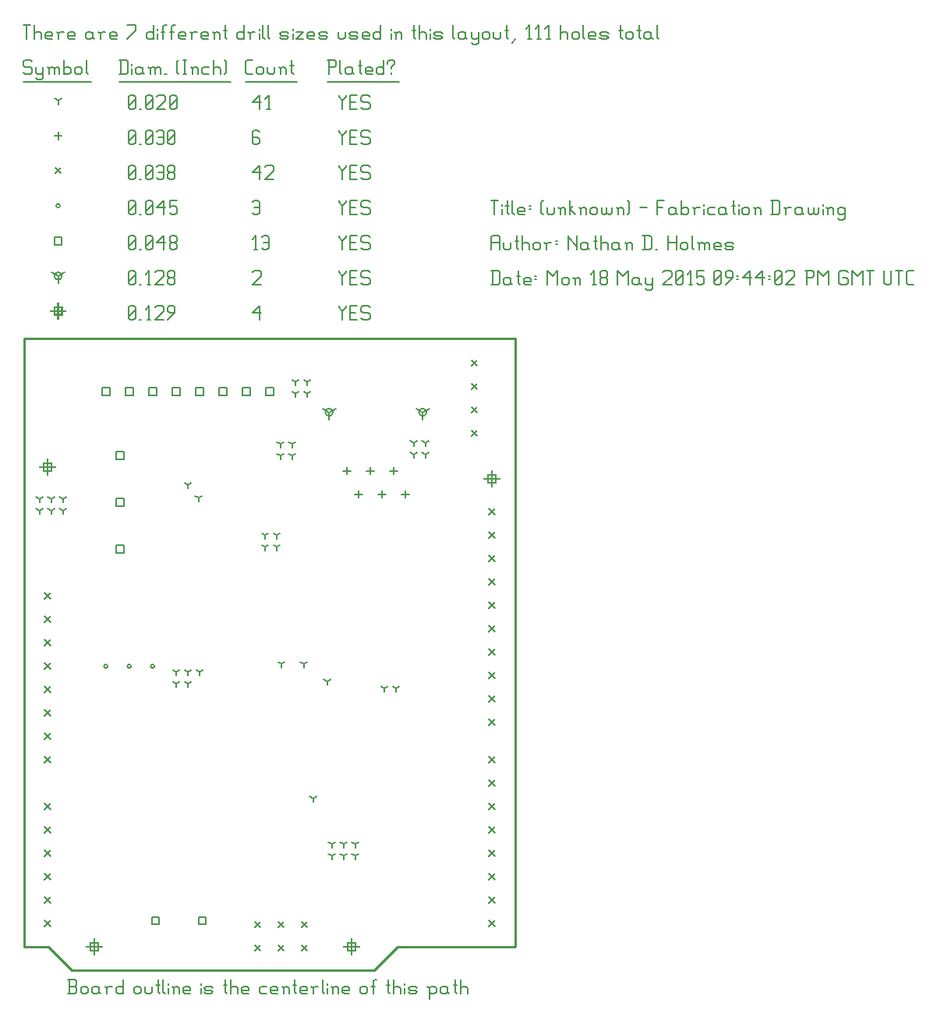
<source format=gbr>
G04 start of page 12 for group -3984 idx -3984 *
G04 Title: (unknown), fab *
G04 Creator: pcb 20140316 *
G04 CreationDate: Mon 18 May 2015 09:44:02 PM GMT UTC *
G04 For: ndholmes *
G04 Format: Gerber/RS-274X *
G04 PCB-Dimensions (mil): 2110.00 2710.00 *
G04 PCB-Coordinate-Origin: lower left *
%MOIN*%
%FSLAX25Y25*%
%LNFAB*%
%ADD100C,0.0100*%
%ADD99C,0.0060*%
%ADD98R,0.0080X0.0080*%
G54D98*X140500Y13700D02*Y7300D01*
X137300Y10500D02*X143700D01*
X138900Y12100D02*X142100D01*
X138900D02*Y8900D01*
X142100D01*
Y12100D02*Y8900D01*
X200500Y213700D02*Y207300D01*
X197300Y210500D02*X203700D01*
X198900Y212100D02*X202100D01*
X198900D02*Y208900D01*
X202100D01*
Y212100D02*Y208900D01*
X10500Y218700D02*Y212300D01*
X7300Y215500D02*X13700D01*
X8900Y217100D02*X12100D01*
X8900D02*Y213900D01*
X12100D01*
Y217100D02*Y213900D01*
X30500Y13700D02*Y7300D01*
X27300Y10500D02*X33700D01*
X28900Y12100D02*X32100D01*
X28900D02*Y8900D01*
X32100D01*
Y12100D02*Y8900D01*
X15000Y285450D02*Y279050D01*
X11800Y282250D02*X18200D01*
X13400Y283850D02*X16600D01*
X13400D02*Y280650D01*
X16600D01*
Y283850D02*Y280650D01*
G54D99*X135000Y284500D02*Y283750D01*
X136500Y282250D01*
X138000Y283750D01*
Y284500D02*Y283750D01*
X136500Y282250D02*Y278500D01*
X139800Y281500D02*X142050D01*
X139800Y278500D02*X142800D01*
X139800Y284500D02*Y278500D01*
Y284500D02*X142800D01*
X147600D02*X148350Y283750D01*
X145350Y284500D02*X147600D01*
X144600Y283750D02*X145350Y284500D01*
X144600Y283750D02*Y282250D01*
X145350Y281500D01*
X147600D01*
X148350Y280750D01*
Y279250D01*
X147600Y278500D02*X148350Y279250D01*
X145350Y278500D02*X147600D01*
X144600Y279250D02*X145350Y278500D01*
X98000Y281500D02*X101000Y284500D01*
X98000Y281500D02*X101750D01*
X101000Y284500D02*Y278500D01*
X45000Y279250D02*X45750Y278500D01*
X45000Y283750D02*Y279250D01*
Y283750D02*X45750Y284500D01*
X47250D01*
X48000Y283750D01*
Y279250D01*
X47250Y278500D02*X48000Y279250D01*
X45750Y278500D02*X47250D01*
X45000Y280000D02*X48000Y283000D01*
X49800Y278500D02*X50550D01*
X53100D02*X54600D01*
X53850Y284500D02*Y278500D01*
X52350Y283000D02*X53850Y284500D01*
X56400Y283750D02*X57150Y284500D01*
X59400D01*
X60150Y283750D01*
Y282250D01*
X56400Y278500D02*X60150Y282250D01*
X56400Y278500D02*X60150D01*
X61950D02*X64950Y281500D01*
Y283750D02*Y281500D01*
X64200Y284500D02*X64950Y283750D01*
X62700Y284500D02*X64200D01*
X61950Y283750D02*X62700Y284500D01*
X61950Y283750D02*Y282250D01*
X62700Y281500D01*
X64950D01*
X170900Y239000D02*Y235800D01*
Y239000D02*X173673Y240600D01*
X170900Y239000D02*X168127Y240600D01*
X169300Y239000D02*G75*G03X172500Y239000I1600J0D01*G01*
G75*G03X169300Y239000I-1600J0D01*G01*
X130900D02*Y235800D01*
Y239000D02*X133673Y240600D01*
X130900Y239000D02*X128127Y240600D01*
X129300Y239000D02*G75*G03X132500Y239000I1600J0D01*G01*
G75*G03X129300Y239000I-1600J0D01*G01*
X15000Y297250D02*Y294050D01*
Y297250D02*X17773Y298850D01*
X15000Y297250D02*X12227Y298850D01*
X13400Y297250D02*G75*G03X16600Y297250I1600J0D01*G01*
G75*G03X13400Y297250I-1600J0D01*G01*
X135000Y299500D02*Y298750D01*
X136500Y297250D01*
X138000Y298750D01*
Y299500D02*Y298750D01*
X136500Y297250D02*Y293500D01*
X139800Y296500D02*X142050D01*
X139800Y293500D02*X142800D01*
X139800Y299500D02*Y293500D01*
Y299500D02*X142800D01*
X147600D02*X148350Y298750D01*
X145350Y299500D02*X147600D01*
X144600Y298750D02*X145350Y299500D01*
X144600Y298750D02*Y297250D01*
X145350Y296500D01*
X147600D01*
X148350Y295750D01*
Y294250D01*
X147600Y293500D02*X148350Y294250D01*
X145350Y293500D02*X147600D01*
X144600Y294250D02*X145350Y293500D01*
X98000Y298750D02*X98750Y299500D01*
X101000D01*
X101750Y298750D01*
Y297250D01*
X98000Y293500D02*X101750Y297250D01*
X98000Y293500D02*X101750D01*
X45000Y294250D02*X45750Y293500D01*
X45000Y298750D02*Y294250D01*
Y298750D02*X45750Y299500D01*
X47250D01*
X48000Y298750D01*
Y294250D01*
X47250Y293500D02*X48000Y294250D01*
X45750Y293500D02*X47250D01*
X45000Y295000D02*X48000Y298000D01*
X49800Y293500D02*X50550D01*
X53100D02*X54600D01*
X53850Y299500D02*Y293500D01*
X52350Y298000D02*X53850Y299500D01*
X56400Y298750D02*X57150Y299500D01*
X59400D01*
X60150Y298750D01*
Y297250D01*
X56400Y293500D02*X60150Y297250D01*
X56400Y293500D02*X60150D01*
X61950Y294250D02*X62700Y293500D01*
X61950Y295750D02*Y294250D01*
Y295750D02*X62700Y296500D01*
X64200D01*
X64950Y295750D01*
Y294250D01*
X64200Y293500D02*X64950Y294250D01*
X62700Y293500D02*X64200D01*
X61950Y297250D02*X62700Y296500D01*
X61950Y298750D02*Y297250D01*
Y298750D02*X62700Y299500D01*
X64200D01*
X64950Y298750D01*
Y297250D01*
X64200Y296500D02*X64950Y297250D01*
X103900Y249400D02*X107100D01*
X103900D02*Y246200D01*
X107100D01*
Y249400D02*Y246200D01*
X93900Y249400D02*X97100D01*
X93900D02*Y246200D01*
X97100D01*
Y249400D02*Y246200D01*
X83900Y249400D02*X87100D01*
X83900D02*Y246200D01*
X87100D01*
Y249400D02*Y246200D01*
X73900Y249400D02*X77100D01*
X73900D02*Y246200D01*
X77100D01*
Y249400D02*Y246200D01*
X63900Y249400D02*X67100D01*
X63900D02*Y246200D01*
X67100D01*
Y249400D02*Y246200D01*
X53900Y249400D02*X57100D01*
X53900D02*Y246200D01*
X57100D01*
Y249400D02*Y246200D01*
X43900Y249400D02*X47100D01*
X43900D02*Y246200D01*
X47100D01*
Y249400D02*Y246200D01*
X33900Y249400D02*X37100D01*
X33900D02*Y246200D01*
X37100D01*
Y249400D02*Y246200D01*
X55000Y23300D02*X58200D01*
X55000D02*Y20100D01*
X58200D01*
Y23300D02*Y20100D01*
X75000Y23300D02*X78200D01*
X75000D02*Y20100D01*
X78200D01*
Y23300D02*Y20100D01*
X39900Y222100D02*X43100D01*
X39900D02*Y218900D01*
X43100D01*
Y222100D02*Y218900D01*
X39900Y202100D02*X43100D01*
X39900D02*Y198900D01*
X43100D01*
Y202100D02*Y198900D01*
X39900Y182100D02*X43100D01*
X39900D02*Y178900D01*
X43100D01*
Y182100D02*Y178900D01*
X13400Y313850D02*X16600D01*
X13400D02*Y310650D01*
X16600D01*
Y313850D02*Y310650D01*
X135000Y314500D02*Y313750D01*
X136500Y312250D01*
X138000Y313750D01*
Y314500D02*Y313750D01*
X136500Y312250D02*Y308500D01*
X139800Y311500D02*X142050D01*
X139800Y308500D02*X142800D01*
X139800Y314500D02*Y308500D01*
Y314500D02*X142800D01*
X147600D02*X148350Y313750D01*
X145350Y314500D02*X147600D01*
X144600Y313750D02*X145350Y314500D01*
X144600Y313750D02*Y312250D01*
X145350Y311500D01*
X147600D01*
X148350Y310750D01*
Y309250D01*
X147600Y308500D02*X148350Y309250D01*
X145350Y308500D02*X147600D01*
X144600Y309250D02*X145350Y308500D01*
X98750D02*X100250D01*
X99500Y314500D02*Y308500D01*
X98000Y313000D02*X99500Y314500D01*
X102050Y313750D02*X102800Y314500D01*
X104300D01*
X105050Y313750D01*
Y309250D01*
X104300Y308500D02*X105050Y309250D01*
X102800Y308500D02*X104300D01*
X102050Y309250D02*X102800Y308500D01*
Y311500D02*X105050D01*
X45000Y309250D02*X45750Y308500D01*
X45000Y313750D02*Y309250D01*
Y313750D02*X45750Y314500D01*
X47250D01*
X48000Y313750D01*
Y309250D01*
X47250Y308500D02*X48000Y309250D01*
X45750Y308500D02*X47250D01*
X45000Y310000D02*X48000Y313000D01*
X49800Y308500D02*X50550D01*
X52350Y309250D02*X53100Y308500D01*
X52350Y313750D02*Y309250D01*
Y313750D02*X53100Y314500D01*
X54600D01*
X55350Y313750D01*
Y309250D01*
X54600Y308500D02*X55350Y309250D01*
X53100Y308500D02*X54600D01*
X52350Y310000D02*X55350Y313000D01*
X57150Y311500D02*X60150Y314500D01*
X57150Y311500D02*X60900D01*
X60150Y314500D02*Y308500D01*
X62700Y309250D02*X63450Y308500D01*
X62700Y310750D02*Y309250D01*
Y310750D02*X63450Y311500D01*
X64950D01*
X65700Y310750D01*
Y309250D01*
X64950Y308500D02*X65700Y309250D01*
X63450Y308500D02*X64950D01*
X62700Y312250D02*X63450Y311500D01*
X62700Y313750D02*Y312250D01*
Y313750D02*X63450Y314500D01*
X64950D01*
X65700Y313750D01*
Y312250D01*
X64950Y311500D02*X65700Y312250D01*
X54600Y130400D02*G75*G03X56200Y130400I800J0D01*G01*
G75*G03X54600Y130400I-800J0D01*G01*
X44600D02*G75*G03X46200Y130400I800J0D01*G01*
G75*G03X44600Y130400I-800J0D01*G01*
X34600D02*G75*G03X36200Y130400I800J0D01*G01*
G75*G03X34600Y130400I-800J0D01*G01*
X14200Y327250D02*G75*G03X15800Y327250I800J0D01*G01*
G75*G03X14200Y327250I-800J0D01*G01*
X135000Y329500D02*Y328750D01*
X136500Y327250D01*
X138000Y328750D01*
Y329500D02*Y328750D01*
X136500Y327250D02*Y323500D01*
X139800Y326500D02*X142050D01*
X139800Y323500D02*X142800D01*
X139800Y329500D02*Y323500D01*
Y329500D02*X142800D01*
X147600D02*X148350Y328750D01*
X145350Y329500D02*X147600D01*
X144600Y328750D02*X145350Y329500D01*
X144600Y328750D02*Y327250D01*
X145350Y326500D01*
X147600D01*
X148350Y325750D01*
Y324250D01*
X147600Y323500D02*X148350Y324250D01*
X145350Y323500D02*X147600D01*
X144600Y324250D02*X145350Y323500D01*
X98000Y328750D02*X98750Y329500D01*
X100250D01*
X101000Y328750D01*
Y324250D01*
X100250Y323500D02*X101000Y324250D01*
X98750Y323500D02*X100250D01*
X98000Y324250D02*X98750Y323500D01*
Y326500D02*X101000D01*
X45000Y324250D02*X45750Y323500D01*
X45000Y328750D02*Y324250D01*
Y328750D02*X45750Y329500D01*
X47250D01*
X48000Y328750D01*
Y324250D01*
X47250Y323500D02*X48000Y324250D01*
X45750Y323500D02*X47250D01*
X45000Y325000D02*X48000Y328000D01*
X49800Y323500D02*X50550D01*
X52350Y324250D02*X53100Y323500D01*
X52350Y328750D02*Y324250D01*
Y328750D02*X53100Y329500D01*
X54600D01*
X55350Y328750D01*
Y324250D01*
X54600Y323500D02*X55350Y324250D01*
X53100Y323500D02*X54600D01*
X52350Y325000D02*X55350Y328000D01*
X57150Y326500D02*X60150Y329500D01*
X57150Y326500D02*X60900D01*
X60150Y329500D02*Y323500D01*
X62700Y329500D02*X65700D01*
X62700D02*Y326500D01*
X63450Y327250D01*
X64950D01*
X65700Y326500D01*
Y324250D01*
X64950Y323500D02*X65700Y324250D01*
X63450Y323500D02*X64950D01*
X62700Y324250D02*X63450Y323500D01*
X9300Y161700D02*X11700Y159300D01*
X9300D02*X11700Y161700D01*
X9300Y151700D02*X11700Y149300D01*
X9300D02*X11700Y151700D01*
X9300Y141700D02*X11700Y139300D01*
X9300D02*X11700Y141700D01*
X9300Y131700D02*X11700Y129300D01*
X9300D02*X11700Y131700D01*
X9300Y121700D02*X11700Y119300D01*
X9300D02*X11700Y121700D01*
X9300Y111700D02*X11700Y109300D01*
X9300D02*X11700Y111700D01*
X9300Y101700D02*X11700Y99300D01*
X9300D02*X11700Y101700D01*
X9300Y91700D02*X11700Y89300D01*
X9300D02*X11700Y91700D01*
X9300Y71700D02*X11700Y69300D01*
X9300D02*X11700Y71700D01*
X9300Y61700D02*X11700Y59300D01*
X9300D02*X11700Y61700D01*
X9300Y51700D02*X11700Y49300D01*
X9300D02*X11700Y51700D01*
X9300Y41700D02*X11700Y39300D01*
X9300D02*X11700Y41700D01*
X9300Y31700D02*X11700Y29300D01*
X9300D02*X11700Y31700D01*
X9300Y21700D02*X11700Y19300D01*
X9300D02*X11700Y21700D01*
X199300D02*X201700Y19300D01*
X199300D02*X201700Y21700D01*
X199300Y31700D02*X201700Y29300D01*
X199300D02*X201700Y31700D01*
X199300Y41700D02*X201700Y39300D01*
X199300D02*X201700Y41700D01*
X199300Y51700D02*X201700Y49300D01*
X199300D02*X201700Y51700D01*
X199300Y61700D02*X201700Y59300D01*
X199300D02*X201700Y61700D01*
X199300Y71700D02*X201700Y69300D01*
X199300D02*X201700Y71700D01*
X199300Y81700D02*X201700Y79300D01*
X199300D02*X201700Y81700D01*
X199300Y91700D02*X201700Y89300D01*
X199300D02*X201700Y91700D01*
X199300Y107700D02*X201700Y105300D01*
X199300D02*X201700Y107700D01*
X199300Y117700D02*X201700Y115300D01*
X199300D02*X201700Y117700D01*
X199300Y127700D02*X201700Y125300D01*
X199300D02*X201700Y127700D01*
X199300Y137700D02*X201700Y135300D01*
X199300D02*X201700Y137700D01*
X199300Y147700D02*X201700Y145300D01*
X199300D02*X201700Y147700D01*
X199300Y157700D02*X201700Y155300D01*
X199300D02*X201700Y157700D01*
X199300Y167700D02*X201700Y165300D01*
X199300D02*X201700Y167700D01*
X199300Y177700D02*X201700Y175300D01*
X199300D02*X201700Y177700D01*
X199300Y187700D02*X201700Y185300D01*
X199300D02*X201700Y187700D01*
X199300Y197700D02*X201700Y195300D01*
X199300D02*X201700Y197700D01*
X119100Y21200D02*X121500Y18800D01*
X119100D02*X121500Y21200D01*
X109100D02*X111500Y18800D01*
X109100D02*X111500Y21200D01*
X99100D02*X101500Y18800D01*
X99100D02*X101500Y21200D01*
X119100Y11200D02*X121500Y8800D01*
X119100D02*X121500Y11200D01*
X109100D02*X111500Y8800D01*
X109100D02*X111500Y11200D01*
X99100D02*X101500Y8800D01*
X99100D02*X101500Y11200D01*
X191800Y261200D02*X194200Y258800D01*
X191800D02*X194200Y261200D01*
X191800Y251200D02*X194200Y248800D01*
X191800D02*X194200Y251200D01*
X191800Y241200D02*X194200Y238800D01*
X191800D02*X194200Y241200D01*
X191800Y231200D02*X194200Y228800D01*
X191800D02*X194200Y231200D01*
X13800Y343450D02*X16200Y341050D01*
X13800D02*X16200Y343450D01*
X135000Y344500D02*Y343750D01*
X136500Y342250D01*
X138000Y343750D01*
Y344500D02*Y343750D01*
X136500Y342250D02*Y338500D01*
X139800Y341500D02*X142050D01*
X139800Y338500D02*X142800D01*
X139800Y344500D02*Y338500D01*
Y344500D02*X142800D01*
X147600D02*X148350Y343750D01*
X145350Y344500D02*X147600D01*
X144600Y343750D02*X145350Y344500D01*
X144600Y343750D02*Y342250D01*
X145350Y341500D01*
X147600D01*
X148350Y340750D01*
Y339250D01*
X147600Y338500D02*X148350Y339250D01*
X145350Y338500D02*X147600D01*
X144600Y339250D02*X145350Y338500D01*
X98000Y341500D02*X101000Y344500D01*
X98000Y341500D02*X101750D01*
X101000Y344500D02*Y338500D01*
X103550Y343750D02*X104300Y344500D01*
X106550D01*
X107300Y343750D01*
Y342250D01*
X103550Y338500D02*X107300Y342250D01*
X103550Y338500D02*X107300D01*
X45000Y339250D02*X45750Y338500D01*
X45000Y343750D02*Y339250D01*
Y343750D02*X45750Y344500D01*
X47250D01*
X48000Y343750D01*
Y339250D01*
X47250Y338500D02*X48000Y339250D01*
X45750Y338500D02*X47250D01*
X45000Y340000D02*X48000Y343000D01*
X49800Y338500D02*X50550D01*
X52350Y339250D02*X53100Y338500D01*
X52350Y343750D02*Y339250D01*
Y343750D02*X53100Y344500D01*
X54600D01*
X55350Y343750D01*
Y339250D01*
X54600Y338500D02*X55350Y339250D01*
X53100Y338500D02*X54600D01*
X52350Y340000D02*X55350Y343000D01*
X57150Y343750D02*X57900Y344500D01*
X59400D01*
X60150Y343750D01*
Y339250D01*
X59400Y338500D02*X60150Y339250D01*
X57900Y338500D02*X59400D01*
X57150Y339250D02*X57900Y338500D01*
Y341500D02*X60150D01*
X61950Y339250D02*X62700Y338500D01*
X61950Y340750D02*Y339250D01*
Y340750D02*X62700Y341500D01*
X64200D01*
X64950Y340750D01*
Y339250D01*
X64200Y338500D02*X64950Y339250D01*
X62700Y338500D02*X64200D01*
X61950Y342250D02*X62700Y341500D01*
X61950Y343750D02*Y342250D01*
Y343750D02*X62700Y344500D01*
X64200D01*
X64950Y343750D01*
Y342250D01*
X64200Y341500D02*X64950Y342250D01*
X163400Y205600D02*Y202400D01*
X161800Y204000D02*X165000D01*
X158400Y215600D02*Y212400D01*
X156800Y214000D02*X160000D01*
X153400Y205600D02*Y202400D01*
X151800Y204000D02*X155000D01*
X148400Y215600D02*Y212400D01*
X146800Y214000D02*X150000D01*
X143400Y205600D02*Y202400D01*
X141800Y204000D02*X145000D01*
X138400Y215600D02*Y212400D01*
X136800Y214000D02*X140000D01*
X15000Y358850D02*Y355650D01*
X13400Y357250D02*X16600D01*
X135000Y359500D02*Y358750D01*
X136500Y357250D01*
X138000Y358750D01*
Y359500D02*Y358750D01*
X136500Y357250D02*Y353500D01*
X139800Y356500D02*X142050D01*
X139800Y353500D02*X142800D01*
X139800Y359500D02*Y353500D01*
Y359500D02*X142800D01*
X147600D02*X148350Y358750D01*
X145350Y359500D02*X147600D01*
X144600Y358750D02*X145350Y359500D01*
X144600Y358750D02*Y357250D01*
X145350Y356500D01*
X147600D01*
X148350Y355750D01*
Y354250D01*
X147600Y353500D02*X148350Y354250D01*
X145350Y353500D02*X147600D01*
X144600Y354250D02*X145350Y353500D01*
X100250Y359500D02*X101000Y358750D01*
X98750Y359500D02*X100250D01*
X98000Y358750D02*X98750Y359500D01*
X98000Y358750D02*Y354250D01*
X98750Y353500D01*
X100250Y356500D02*X101000Y355750D01*
X98000Y356500D02*X100250D01*
X98750Y353500D02*X100250D01*
X101000Y354250D01*
Y355750D02*Y354250D01*
X45000D02*X45750Y353500D01*
X45000Y358750D02*Y354250D01*
Y358750D02*X45750Y359500D01*
X47250D01*
X48000Y358750D01*
Y354250D01*
X47250Y353500D02*X48000Y354250D01*
X45750Y353500D02*X47250D01*
X45000Y355000D02*X48000Y358000D01*
X49800Y353500D02*X50550D01*
X52350Y354250D02*X53100Y353500D01*
X52350Y358750D02*Y354250D01*
Y358750D02*X53100Y359500D01*
X54600D01*
X55350Y358750D01*
Y354250D01*
X54600Y353500D02*X55350Y354250D01*
X53100Y353500D02*X54600D01*
X52350Y355000D02*X55350Y358000D01*
X57150Y358750D02*X57900Y359500D01*
X59400D01*
X60150Y358750D01*
Y354250D01*
X59400Y353500D02*X60150Y354250D01*
X57900Y353500D02*X59400D01*
X57150Y354250D02*X57900Y353500D01*
Y356500D02*X60150D01*
X61950Y354250D02*X62700Y353500D01*
X61950Y358750D02*Y354250D01*
Y358750D02*X62700Y359500D01*
X64200D01*
X64950Y358750D01*
Y354250D01*
X64200Y353500D02*X64950Y354250D01*
X62700Y353500D02*X64200D01*
X61950Y355000D02*X64950Y358000D01*
X7000Y197000D02*Y195400D01*
Y197000D02*X8387Y197800D01*
X7000Y197000D02*X5613Y197800D01*
X12000Y197000D02*Y195400D01*
Y197000D02*X13387Y197800D01*
X12000Y197000D02*X10613Y197800D01*
X17000Y197000D02*Y195400D01*
Y197000D02*X18387Y197800D01*
X17000Y197000D02*X15613Y197800D01*
X7000Y202000D02*Y200400D01*
Y202000D02*X8387Y202800D01*
X7000Y202000D02*X5613Y202800D01*
X12000Y202000D02*Y200400D01*
Y202000D02*X13387Y202800D01*
X12000Y202000D02*X10613Y202800D01*
X17000Y202000D02*Y200400D01*
Y202000D02*X18387Y202800D01*
X17000Y202000D02*X15613Y202800D01*
X121500Y247000D02*Y245400D01*
Y247000D02*X122887Y247800D01*
X121500Y247000D02*X120113Y247800D01*
X121500Y252000D02*Y250400D01*
Y252000D02*X122887Y252800D01*
X121500Y252000D02*X120113Y252800D01*
X116500Y252000D02*Y250400D01*
Y252000D02*X117887Y252800D01*
X116500Y252000D02*X115113Y252800D01*
X116500Y247000D02*Y245400D01*
Y247000D02*X117887Y247800D01*
X116500Y247000D02*X115113Y247800D01*
X132000Y49500D02*Y47900D01*
Y49500D02*X133387Y50300D01*
X132000Y49500D02*X130613Y50300D01*
X137000Y49500D02*Y47900D01*
Y49500D02*X138387Y50300D01*
X137000Y49500D02*X135613Y50300D01*
X142000Y49500D02*Y47900D01*
Y49500D02*X143387Y50300D01*
X142000Y49500D02*X140613Y50300D01*
X132000Y54500D02*Y52900D01*
Y54500D02*X133387Y55300D01*
X132000Y54500D02*X130613Y55300D01*
X137000Y54500D02*Y52900D01*
Y54500D02*X138387Y55300D01*
X137000Y54500D02*X135613Y55300D01*
X142000Y54500D02*Y52900D01*
Y54500D02*X143387Y55300D01*
X142000Y54500D02*X140613Y55300D01*
X154500Y121000D02*Y119400D01*
Y121000D02*X155887Y121800D01*
X154500Y121000D02*X153113Y121800D01*
X159500Y121000D02*Y119400D01*
Y121000D02*X160887Y121800D01*
X159500Y121000D02*X158113Y121800D01*
X130000Y124000D02*Y122400D01*
Y124000D02*X131387Y124800D01*
X130000Y124000D02*X128613Y124800D01*
X65500Y123000D02*Y121400D01*
Y123000D02*X66887Y123800D01*
X65500Y123000D02*X64113Y123800D01*
X70500Y123000D02*Y121400D01*
Y123000D02*X71887Y123800D01*
X70500Y123000D02*X69113Y123800D01*
X65500Y128000D02*Y126400D01*
Y128000D02*X66887Y128800D01*
X65500Y128000D02*X64113Y128800D01*
X70500Y128000D02*Y126400D01*
Y128000D02*X71887Y128800D01*
X70500Y128000D02*X69113Y128800D01*
X75500Y128000D02*Y126400D01*
Y128000D02*X76887Y128800D01*
X75500Y128000D02*X74113Y128800D01*
X167000Y221000D02*Y219400D01*
Y221000D02*X168387Y221800D01*
X167000Y221000D02*X165613Y221800D01*
X172000Y221000D02*Y219400D01*
Y221000D02*X173387Y221800D01*
X172000Y221000D02*X170613Y221800D01*
X167000Y226000D02*Y224400D01*
Y226000D02*X168387Y226800D01*
X167000Y226000D02*X165613Y226800D01*
X172000Y226000D02*Y224400D01*
Y226000D02*X173387Y226800D01*
X172000Y226000D02*X170613Y226800D01*
X124000Y74000D02*Y72400D01*
Y74000D02*X125387Y74800D01*
X124000Y74000D02*X122613Y74800D01*
X75000Y202500D02*Y200900D01*
Y202500D02*X76387Y203300D01*
X75000Y202500D02*X73613Y203300D01*
X70500Y208000D02*Y206400D01*
Y208000D02*X71887Y208800D01*
X70500Y208000D02*X69113Y208800D01*
X110000Y220500D02*Y218900D01*
Y220500D02*X111387Y221300D01*
X110000Y220500D02*X108613Y221300D01*
X115000Y220500D02*Y218900D01*
Y220500D02*X116387Y221300D01*
X115000Y220500D02*X113613Y221300D01*
X110000Y225500D02*Y223900D01*
Y225500D02*X111387Y226300D01*
X110000Y225500D02*X108613Y226300D01*
X115000Y225500D02*Y223900D01*
Y225500D02*X116387Y226300D01*
X115000Y225500D02*X113613Y226300D01*
X120000Y131500D02*Y129900D01*
Y131500D02*X121387Y132300D01*
X120000Y131500D02*X118613Y132300D01*
X110500Y131500D02*Y129900D01*
Y131500D02*X111887Y132300D01*
X110500Y131500D02*X109113Y132300D01*
X103500Y181500D02*Y179900D01*
Y181500D02*X104887Y182300D01*
X103500Y181500D02*X102113Y182300D01*
X108500Y181500D02*Y179900D01*
Y181500D02*X109887Y182300D01*
X108500Y181500D02*X107113Y182300D01*
X103500Y186500D02*Y184900D01*
Y186500D02*X104887Y187300D01*
X103500Y186500D02*X102113Y187300D01*
X108500Y186500D02*Y184900D01*
Y186500D02*X109887Y187300D01*
X108500Y186500D02*X107113Y187300D01*
X15000Y372250D02*Y370650D01*
Y372250D02*X16387Y373050D01*
X15000Y372250D02*X13613Y373050D01*
X135000Y374500D02*Y373750D01*
X136500Y372250D01*
X138000Y373750D01*
Y374500D02*Y373750D01*
X136500Y372250D02*Y368500D01*
X139800Y371500D02*X142050D01*
X139800Y368500D02*X142800D01*
X139800Y374500D02*Y368500D01*
Y374500D02*X142800D01*
X147600D02*X148350Y373750D01*
X145350Y374500D02*X147600D01*
X144600Y373750D02*X145350Y374500D01*
X144600Y373750D02*Y372250D01*
X145350Y371500D01*
X147600D01*
X148350Y370750D01*
Y369250D01*
X147600Y368500D02*X148350Y369250D01*
X145350Y368500D02*X147600D01*
X144600Y369250D02*X145350Y368500D01*
X98000Y371500D02*X101000Y374500D01*
X98000Y371500D02*X101750D01*
X101000Y374500D02*Y368500D01*
X104300D02*X105800D01*
X105050Y374500D02*Y368500D01*
X103550Y373000D02*X105050Y374500D01*
X45000Y369250D02*X45750Y368500D01*
X45000Y373750D02*Y369250D01*
Y373750D02*X45750Y374500D01*
X47250D01*
X48000Y373750D01*
Y369250D01*
X47250Y368500D02*X48000Y369250D01*
X45750Y368500D02*X47250D01*
X45000Y370000D02*X48000Y373000D01*
X49800Y368500D02*X50550D01*
X52350Y369250D02*X53100Y368500D01*
X52350Y373750D02*Y369250D01*
Y373750D02*X53100Y374500D01*
X54600D01*
X55350Y373750D01*
Y369250D01*
X54600Y368500D02*X55350Y369250D01*
X53100Y368500D02*X54600D01*
X52350Y370000D02*X55350Y373000D01*
X57150Y373750D02*X57900Y374500D01*
X60150D01*
X60900Y373750D01*
Y372250D01*
X57150Y368500D02*X60900Y372250D01*
X57150Y368500D02*X60900D01*
X62700Y369250D02*X63450Y368500D01*
X62700Y373750D02*Y369250D01*
Y373750D02*X63450Y374500D01*
X64950D01*
X65700Y373750D01*
Y369250D01*
X64950Y368500D02*X65700Y369250D01*
X63450Y368500D02*X64950D01*
X62700Y370000D02*X65700Y373000D01*
X3000Y389500D02*X3750Y388750D01*
X750Y389500D02*X3000D01*
X0Y388750D02*X750Y389500D01*
X0Y388750D02*Y387250D01*
X750Y386500D01*
X3000D01*
X3750Y385750D01*
Y384250D01*
X3000Y383500D02*X3750Y384250D01*
X750Y383500D02*X3000D01*
X0Y384250D02*X750Y383500D01*
X5550Y386500D02*Y384250D01*
X6300Y383500D01*
X8550Y386500D02*Y382000D01*
X7800Y381250D02*X8550Y382000D01*
X6300Y381250D02*X7800D01*
X5550Y382000D02*X6300Y381250D01*
Y383500D02*X7800D01*
X8550Y384250D01*
X11100Y385750D02*Y383500D01*
Y385750D02*X11850Y386500D01*
X12600D01*
X13350Y385750D01*
Y383500D01*
Y385750D02*X14100Y386500D01*
X14850D01*
X15600Y385750D01*
Y383500D01*
X10350Y386500D02*X11100Y385750D01*
X17400Y389500D02*Y383500D01*
Y384250D02*X18150Y383500D01*
X19650D01*
X20400Y384250D01*
Y385750D02*Y384250D01*
X19650Y386500D02*X20400Y385750D01*
X18150Y386500D02*X19650D01*
X17400Y385750D02*X18150Y386500D01*
X22200Y385750D02*Y384250D01*
Y385750D02*X22950Y386500D01*
X24450D01*
X25200Y385750D01*
Y384250D01*
X24450Y383500D02*X25200Y384250D01*
X22950Y383500D02*X24450D01*
X22200Y384250D02*X22950Y383500D01*
X27000Y389500D02*Y384250D01*
X27750Y383500D01*
X0Y380250D02*X29250D01*
X41750Y389500D02*Y383500D01*
X44000Y389500D02*X44750Y388750D01*
Y384250D01*
X44000Y383500D02*X44750Y384250D01*
X41000Y383500D02*X44000D01*
X41000Y389500D02*X44000D01*
X46550Y388000D02*Y387250D01*
Y385750D02*Y383500D01*
X50300Y386500D02*X51050Y385750D01*
X48800Y386500D02*X50300D01*
X48050Y385750D02*X48800Y386500D01*
X48050Y385750D02*Y384250D01*
X48800Y383500D01*
X51050Y386500D02*Y384250D01*
X51800Y383500D01*
X48800D02*X50300D01*
X51050Y384250D01*
X54350Y385750D02*Y383500D01*
Y385750D02*X55100Y386500D01*
X55850D01*
X56600Y385750D01*
Y383500D01*
Y385750D02*X57350Y386500D01*
X58100D01*
X58850Y385750D01*
Y383500D01*
X53600Y386500D02*X54350Y385750D01*
X60650Y383500D02*X61400D01*
X65900Y384250D02*X66650Y383500D01*
X65900Y388750D02*X66650Y389500D01*
X65900Y388750D02*Y384250D01*
X68450Y389500D02*X69950D01*
X69200D02*Y383500D01*
X68450D02*X69950D01*
X72500Y385750D02*Y383500D01*
Y385750D02*X73250Y386500D01*
X74000D01*
X74750Y385750D01*
Y383500D01*
X71750Y386500D02*X72500Y385750D01*
X77300Y386500D02*X79550D01*
X76550Y385750D02*X77300Y386500D01*
X76550Y385750D02*Y384250D01*
X77300Y383500D01*
X79550D01*
X81350Y389500D02*Y383500D01*
Y385750D02*X82100Y386500D01*
X83600D01*
X84350Y385750D01*
Y383500D01*
X86150Y389500D02*X86900Y388750D01*
Y384250D01*
X86150Y383500D02*X86900Y384250D01*
X41000Y380250D02*X88700D01*
X95750Y383500D02*X98000D01*
X95000Y384250D02*X95750Y383500D01*
X95000Y388750D02*Y384250D01*
Y388750D02*X95750Y389500D01*
X98000D01*
X99800Y385750D02*Y384250D01*
Y385750D02*X100550Y386500D01*
X102050D01*
X102800Y385750D01*
Y384250D01*
X102050Y383500D02*X102800Y384250D01*
X100550Y383500D02*X102050D01*
X99800Y384250D02*X100550Y383500D01*
X104600Y386500D02*Y384250D01*
X105350Y383500D01*
X106850D01*
X107600Y384250D01*
Y386500D02*Y384250D01*
X110150Y385750D02*Y383500D01*
Y385750D02*X110900Y386500D01*
X111650D01*
X112400Y385750D01*
Y383500D01*
X109400Y386500D02*X110150Y385750D01*
X114950Y389500D02*Y384250D01*
X115700Y383500D01*
X114200Y387250D02*X115700D01*
X95000Y380250D02*X117200D01*
X130750Y389500D02*Y383500D01*
X130000Y389500D02*X133000D01*
X133750Y388750D01*
Y387250D01*
X133000Y386500D02*X133750Y387250D01*
X130750Y386500D02*X133000D01*
X135550Y389500D02*Y384250D01*
X136300Y383500D01*
X140050Y386500D02*X140800Y385750D01*
X138550Y386500D02*X140050D01*
X137800Y385750D02*X138550Y386500D01*
X137800Y385750D02*Y384250D01*
X138550Y383500D01*
X140800Y386500D02*Y384250D01*
X141550Y383500D01*
X138550D02*X140050D01*
X140800Y384250D01*
X144100Y389500D02*Y384250D01*
X144850Y383500D01*
X143350Y387250D02*X144850D01*
X147100Y383500D02*X149350D01*
X146350Y384250D02*X147100Y383500D01*
X146350Y385750D02*Y384250D01*
Y385750D02*X147100Y386500D01*
X148600D01*
X149350Y385750D01*
X146350Y385000D02*X149350D01*
Y385750D02*Y385000D01*
X154150Y389500D02*Y383500D01*
X153400D02*X154150Y384250D01*
X151900Y383500D02*X153400D01*
X151150Y384250D02*X151900Y383500D01*
X151150Y385750D02*Y384250D01*
Y385750D02*X151900Y386500D01*
X153400D01*
X154150Y385750D01*
X157450Y386500D02*Y385750D01*
Y384250D02*Y383500D01*
X155950Y388750D02*Y388000D01*
Y388750D02*X156700Y389500D01*
X158200D01*
X158950Y388750D01*
Y388000D01*
X157450Y386500D02*X158950Y388000D01*
X130000Y380250D02*X160750D01*
X0Y404500D02*X3000D01*
X1500D02*Y398500D01*
X4800Y404500D02*Y398500D01*
Y400750D02*X5550Y401500D01*
X7050D01*
X7800Y400750D01*
Y398500D01*
X10350D02*X12600D01*
X9600Y399250D02*X10350Y398500D01*
X9600Y400750D02*Y399250D01*
Y400750D02*X10350Y401500D01*
X11850D01*
X12600Y400750D01*
X9600Y400000D02*X12600D01*
Y400750D02*Y400000D01*
X15150Y400750D02*Y398500D01*
Y400750D02*X15900Y401500D01*
X17400D01*
X14400D02*X15150Y400750D01*
X19950Y398500D02*X22200D01*
X19200Y399250D02*X19950Y398500D01*
X19200Y400750D02*Y399250D01*
Y400750D02*X19950Y401500D01*
X21450D01*
X22200Y400750D01*
X19200Y400000D02*X22200D01*
Y400750D02*Y400000D01*
X28950Y401500D02*X29700Y400750D01*
X27450Y401500D02*X28950D01*
X26700Y400750D02*X27450Y401500D01*
X26700Y400750D02*Y399250D01*
X27450Y398500D01*
X29700Y401500D02*Y399250D01*
X30450Y398500D01*
X27450D02*X28950D01*
X29700Y399250D01*
X33000Y400750D02*Y398500D01*
Y400750D02*X33750Y401500D01*
X35250D01*
X32250D02*X33000Y400750D01*
X37800Y398500D02*X40050D01*
X37050Y399250D02*X37800Y398500D01*
X37050Y400750D02*Y399250D01*
Y400750D02*X37800Y401500D01*
X39300D01*
X40050Y400750D01*
X37050Y400000D02*X40050D01*
Y400750D02*Y400000D01*
X44550Y398500D02*X48300Y402250D01*
Y404500D02*Y402250D01*
X44550Y404500D02*X48300D01*
X55800D02*Y398500D01*
X55050D02*X55800Y399250D01*
X53550Y398500D02*X55050D01*
X52800Y399250D02*X53550Y398500D01*
X52800Y400750D02*Y399250D01*
Y400750D02*X53550Y401500D01*
X55050D01*
X55800Y400750D01*
X57600Y403000D02*Y402250D01*
Y400750D02*Y398500D01*
X59850Y403750D02*Y398500D01*
Y403750D02*X60600Y404500D01*
X61350D01*
X59100Y401500D02*X60600D01*
X63600Y403750D02*Y398500D01*
Y403750D02*X64350Y404500D01*
X65100D01*
X62850Y401500D02*X64350D01*
X67350Y398500D02*X69600D01*
X66600Y399250D02*X67350Y398500D01*
X66600Y400750D02*Y399250D01*
Y400750D02*X67350Y401500D01*
X68850D01*
X69600Y400750D01*
X66600Y400000D02*X69600D01*
Y400750D02*Y400000D01*
X72150Y400750D02*Y398500D01*
Y400750D02*X72900Y401500D01*
X74400D01*
X71400D02*X72150Y400750D01*
X76950Y398500D02*X79200D01*
X76200Y399250D02*X76950Y398500D01*
X76200Y400750D02*Y399250D01*
Y400750D02*X76950Y401500D01*
X78450D01*
X79200Y400750D01*
X76200Y400000D02*X79200D01*
Y400750D02*Y400000D01*
X81750Y400750D02*Y398500D01*
Y400750D02*X82500Y401500D01*
X83250D01*
X84000Y400750D01*
Y398500D01*
X81000Y401500D02*X81750Y400750D01*
X86550Y404500D02*Y399250D01*
X87300Y398500D01*
X85800Y402250D02*X87300D01*
X94500Y404500D02*Y398500D01*
X93750D02*X94500Y399250D01*
X92250Y398500D02*X93750D01*
X91500Y399250D02*X92250Y398500D01*
X91500Y400750D02*Y399250D01*
Y400750D02*X92250Y401500D01*
X93750D01*
X94500Y400750D01*
X97050D02*Y398500D01*
Y400750D02*X97800Y401500D01*
X99300D01*
X96300D02*X97050Y400750D01*
X101100Y403000D02*Y402250D01*
Y400750D02*Y398500D01*
X102600Y404500D02*Y399250D01*
X103350Y398500D01*
X104850Y404500D02*Y399250D01*
X105600Y398500D01*
X110550D02*X112800D01*
X113550Y399250D01*
X112800Y400000D02*X113550Y399250D01*
X110550Y400000D02*X112800D01*
X109800Y400750D02*X110550Y400000D01*
X109800Y400750D02*X110550Y401500D01*
X112800D01*
X113550Y400750D01*
X109800Y399250D02*X110550Y398500D01*
X115350Y403000D02*Y402250D01*
Y400750D02*Y398500D01*
X116850Y401500D02*X119850D01*
X116850Y398500D02*X119850Y401500D01*
X116850Y398500D02*X119850D01*
X122400D02*X124650D01*
X121650Y399250D02*X122400Y398500D01*
X121650Y400750D02*Y399250D01*
Y400750D02*X122400Y401500D01*
X123900D01*
X124650Y400750D01*
X121650Y400000D02*X124650D01*
Y400750D02*Y400000D01*
X127200Y398500D02*X129450D01*
X130200Y399250D01*
X129450Y400000D02*X130200Y399250D01*
X127200Y400000D02*X129450D01*
X126450Y400750D02*X127200Y400000D01*
X126450Y400750D02*X127200Y401500D01*
X129450D01*
X130200Y400750D01*
X126450Y399250D02*X127200Y398500D01*
X134700Y401500D02*Y399250D01*
X135450Y398500D01*
X136950D01*
X137700Y399250D01*
Y401500D02*Y399250D01*
X140250Y398500D02*X142500D01*
X143250Y399250D01*
X142500Y400000D02*X143250Y399250D01*
X140250Y400000D02*X142500D01*
X139500Y400750D02*X140250Y400000D01*
X139500Y400750D02*X140250Y401500D01*
X142500D01*
X143250Y400750D01*
X139500Y399250D02*X140250Y398500D01*
X145800D02*X148050D01*
X145050Y399250D02*X145800Y398500D01*
X145050Y400750D02*Y399250D01*
Y400750D02*X145800Y401500D01*
X147300D01*
X148050Y400750D01*
X145050Y400000D02*X148050D01*
Y400750D02*Y400000D01*
X152850Y404500D02*Y398500D01*
X152100D02*X152850Y399250D01*
X150600Y398500D02*X152100D01*
X149850Y399250D02*X150600Y398500D01*
X149850Y400750D02*Y399250D01*
Y400750D02*X150600Y401500D01*
X152100D01*
X152850Y400750D01*
X157350Y403000D02*Y402250D01*
Y400750D02*Y398500D01*
X159600Y400750D02*Y398500D01*
Y400750D02*X160350Y401500D01*
X161100D01*
X161850Y400750D01*
Y398500D01*
X158850Y401500D02*X159600Y400750D01*
X167100Y404500D02*Y399250D01*
X167850Y398500D01*
X166350Y402250D02*X167850D01*
X169350Y404500D02*Y398500D01*
Y400750D02*X170100Y401500D01*
X171600D01*
X172350Y400750D01*
Y398500D01*
X174150Y403000D02*Y402250D01*
Y400750D02*Y398500D01*
X176400D02*X178650D01*
X179400Y399250D01*
X178650Y400000D02*X179400Y399250D01*
X176400Y400000D02*X178650D01*
X175650Y400750D02*X176400Y400000D01*
X175650Y400750D02*X176400Y401500D01*
X178650D01*
X179400Y400750D01*
X175650Y399250D02*X176400Y398500D01*
X183900Y404500D02*Y399250D01*
X184650Y398500D01*
X188400Y401500D02*X189150Y400750D01*
X186900Y401500D02*X188400D01*
X186150Y400750D02*X186900Y401500D01*
X186150Y400750D02*Y399250D01*
X186900Y398500D01*
X189150Y401500D02*Y399250D01*
X189900Y398500D01*
X186900D02*X188400D01*
X189150Y399250D01*
X191700Y401500D02*Y399250D01*
X192450Y398500D01*
X194700Y401500D02*Y397000D01*
X193950Y396250D02*X194700Y397000D01*
X192450Y396250D02*X193950D01*
X191700Y397000D02*X192450Y396250D01*
Y398500D02*X193950D01*
X194700Y399250D01*
X196500Y400750D02*Y399250D01*
Y400750D02*X197250Y401500D01*
X198750D01*
X199500Y400750D01*
Y399250D01*
X198750Y398500D02*X199500Y399250D01*
X197250Y398500D02*X198750D01*
X196500Y399250D02*X197250Y398500D01*
X201300Y401500D02*Y399250D01*
X202050Y398500D01*
X203550D01*
X204300Y399250D01*
Y401500D02*Y399250D01*
X206850Y404500D02*Y399250D01*
X207600Y398500D01*
X206100Y402250D02*X207600D01*
X209100Y397000D02*X210600Y398500D01*
X215850D02*X217350D01*
X216600Y404500D02*Y398500D01*
X215100Y403000D02*X216600Y404500D01*
X219900Y398500D02*X221400D01*
X220650Y404500D02*Y398500D01*
X219150Y403000D02*X220650Y404500D01*
X223950Y398500D02*X225450D01*
X224700Y404500D02*Y398500D01*
X223200Y403000D02*X224700Y404500D01*
X229950D02*Y398500D01*
Y400750D02*X230700Y401500D01*
X232200D01*
X232950Y400750D01*
Y398500D01*
X234750Y400750D02*Y399250D01*
Y400750D02*X235500Y401500D01*
X237000D01*
X237750Y400750D01*
Y399250D01*
X237000Y398500D02*X237750Y399250D01*
X235500Y398500D02*X237000D01*
X234750Y399250D02*X235500Y398500D01*
X239550Y404500D02*Y399250D01*
X240300Y398500D01*
X242550D02*X244800D01*
X241800Y399250D02*X242550Y398500D01*
X241800Y400750D02*Y399250D01*
Y400750D02*X242550Y401500D01*
X244050D01*
X244800Y400750D01*
X241800Y400000D02*X244800D01*
Y400750D02*Y400000D01*
X247350Y398500D02*X249600D01*
X250350Y399250D01*
X249600Y400000D02*X250350Y399250D01*
X247350Y400000D02*X249600D01*
X246600Y400750D02*X247350Y400000D01*
X246600Y400750D02*X247350Y401500D01*
X249600D01*
X250350Y400750D01*
X246600Y399250D02*X247350Y398500D01*
X255600Y404500D02*Y399250D01*
X256350Y398500D01*
X254850Y402250D02*X256350D01*
X257850Y400750D02*Y399250D01*
Y400750D02*X258600Y401500D01*
X260100D01*
X260850Y400750D01*
Y399250D01*
X260100Y398500D02*X260850Y399250D01*
X258600Y398500D02*X260100D01*
X257850Y399250D02*X258600Y398500D01*
X263400Y404500D02*Y399250D01*
X264150Y398500D01*
X262650Y402250D02*X264150D01*
X267900Y401500D02*X268650Y400750D01*
X266400Y401500D02*X267900D01*
X265650Y400750D02*X266400Y401500D01*
X265650Y400750D02*Y399250D01*
X266400Y398500D01*
X268650Y401500D02*Y399250D01*
X269400Y398500D01*
X266400D02*X267900D01*
X268650Y399250D01*
X271200Y404500D02*Y399250D01*
X271950Y398500D01*
G54D100*X500Y270500D02*Y10500D01*
X210500D02*Y270500D01*
X500D01*
Y10500D02*X10800D01*
X20800Y500D01*
X150200D01*
X160200Y10500D01*
X210500D01*
G54D99*X19175Y-9500D02*X22175D01*
X22925Y-8750D01*
Y-7250D02*Y-8750D01*
X22175Y-6500D02*X22925Y-7250D01*
X19925Y-6500D02*X22175D01*
X19925Y-3500D02*Y-9500D01*
X19175Y-3500D02*X22175D01*
X22925Y-4250D01*
Y-5750D01*
X22175Y-6500D02*X22925Y-5750D01*
X24725Y-7250D02*Y-8750D01*
Y-7250D02*X25475Y-6500D01*
X26975D01*
X27725Y-7250D01*
Y-8750D01*
X26975Y-9500D02*X27725Y-8750D01*
X25475Y-9500D02*X26975D01*
X24725Y-8750D02*X25475Y-9500D01*
X31775Y-6500D02*X32525Y-7250D01*
X30275Y-6500D02*X31775D01*
X29525Y-7250D02*X30275Y-6500D01*
X29525Y-7250D02*Y-8750D01*
X30275Y-9500D01*
X32525Y-6500D02*Y-8750D01*
X33275Y-9500D01*
X30275D02*X31775D01*
X32525Y-8750D01*
X35825Y-7250D02*Y-9500D01*
Y-7250D02*X36575Y-6500D01*
X38075D01*
X35075D02*X35825Y-7250D01*
X42875Y-3500D02*Y-9500D01*
X42125D02*X42875Y-8750D01*
X40625Y-9500D02*X42125D01*
X39875Y-8750D02*X40625Y-9500D01*
X39875Y-7250D02*Y-8750D01*
Y-7250D02*X40625Y-6500D01*
X42125D01*
X42875Y-7250D01*
X47375D02*Y-8750D01*
Y-7250D02*X48125Y-6500D01*
X49625D01*
X50375Y-7250D01*
Y-8750D01*
X49625Y-9500D02*X50375Y-8750D01*
X48125Y-9500D02*X49625D01*
X47375Y-8750D02*X48125Y-9500D01*
X52175Y-6500D02*Y-8750D01*
X52925Y-9500D01*
X54425D01*
X55175Y-8750D01*
Y-6500D02*Y-8750D01*
X57725Y-3500D02*Y-8750D01*
X58475Y-9500D01*
X56975Y-5750D02*X58475D01*
X59975Y-3500D02*Y-8750D01*
X60725Y-9500D01*
X62225Y-5000D02*Y-5750D01*
Y-7250D02*Y-9500D01*
X64475Y-7250D02*Y-9500D01*
Y-7250D02*X65225Y-6500D01*
X65975D01*
X66725Y-7250D01*
Y-9500D01*
X63725Y-6500D02*X64475Y-7250D01*
X69275Y-9500D02*X71525D01*
X68525Y-8750D02*X69275Y-9500D01*
X68525Y-7250D02*Y-8750D01*
Y-7250D02*X69275Y-6500D01*
X70775D01*
X71525Y-7250D01*
X68525Y-8000D02*X71525D01*
Y-7250D02*Y-8000D01*
X76025Y-5000D02*Y-5750D01*
Y-7250D02*Y-9500D01*
X78275D02*X80525D01*
X81275Y-8750D01*
X80525Y-8000D02*X81275Y-8750D01*
X78275Y-8000D02*X80525D01*
X77525Y-7250D02*X78275Y-8000D01*
X77525Y-7250D02*X78275Y-6500D01*
X80525D01*
X81275Y-7250D01*
X77525Y-8750D02*X78275Y-9500D01*
X86525Y-3500D02*Y-8750D01*
X87275Y-9500D01*
X85775Y-5750D02*X87275D01*
X88775Y-3500D02*Y-9500D01*
Y-7250D02*X89525Y-6500D01*
X91025D01*
X91775Y-7250D01*
Y-9500D01*
X94325D02*X96575D01*
X93575Y-8750D02*X94325Y-9500D01*
X93575Y-7250D02*Y-8750D01*
Y-7250D02*X94325Y-6500D01*
X95825D01*
X96575Y-7250D01*
X93575Y-8000D02*X96575D01*
Y-7250D02*Y-8000D01*
X101825Y-6500D02*X104075D01*
X101075Y-7250D02*X101825Y-6500D01*
X101075Y-7250D02*Y-8750D01*
X101825Y-9500D01*
X104075D01*
X106625D02*X108875D01*
X105875Y-8750D02*X106625Y-9500D01*
X105875Y-7250D02*Y-8750D01*
Y-7250D02*X106625Y-6500D01*
X108125D01*
X108875Y-7250D01*
X105875Y-8000D02*X108875D01*
Y-7250D02*Y-8000D01*
X111425Y-7250D02*Y-9500D01*
Y-7250D02*X112175Y-6500D01*
X112925D01*
X113675Y-7250D01*
Y-9500D01*
X110675Y-6500D02*X111425Y-7250D01*
X116225Y-3500D02*Y-8750D01*
X116975Y-9500D01*
X115475Y-5750D02*X116975D01*
X119225Y-9500D02*X121475D01*
X118475Y-8750D02*X119225Y-9500D01*
X118475Y-7250D02*Y-8750D01*
Y-7250D02*X119225Y-6500D01*
X120725D01*
X121475Y-7250D01*
X118475Y-8000D02*X121475D01*
Y-7250D02*Y-8000D01*
X124025Y-7250D02*Y-9500D01*
Y-7250D02*X124775Y-6500D01*
X126275D01*
X123275D02*X124025Y-7250D01*
X128075Y-3500D02*Y-8750D01*
X128825Y-9500D01*
X130325Y-5000D02*Y-5750D01*
Y-7250D02*Y-9500D01*
X132575Y-7250D02*Y-9500D01*
Y-7250D02*X133325Y-6500D01*
X134075D01*
X134825Y-7250D01*
Y-9500D01*
X131825Y-6500D02*X132575Y-7250D01*
X137375Y-9500D02*X139625D01*
X136625Y-8750D02*X137375Y-9500D01*
X136625Y-7250D02*Y-8750D01*
Y-7250D02*X137375Y-6500D01*
X138875D01*
X139625Y-7250D01*
X136625Y-8000D02*X139625D01*
Y-7250D02*Y-8000D01*
X144125Y-7250D02*Y-8750D01*
Y-7250D02*X144875Y-6500D01*
X146375D01*
X147125Y-7250D01*
Y-8750D01*
X146375Y-9500D02*X147125Y-8750D01*
X144875Y-9500D02*X146375D01*
X144125Y-8750D02*X144875Y-9500D01*
X149675Y-4250D02*Y-9500D01*
Y-4250D02*X150425Y-3500D01*
X151175D01*
X148925Y-6500D02*X150425D01*
X156125Y-3500D02*Y-8750D01*
X156875Y-9500D01*
X155375Y-5750D02*X156875D01*
X158375Y-3500D02*Y-9500D01*
Y-7250D02*X159125Y-6500D01*
X160625D01*
X161375Y-7250D01*
Y-9500D01*
X163175Y-5000D02*Y-5750D01*
Y-7250D02*Y-9500D01*
X165425D02*X167675D01*
X168425Y-8750D01*
X167675Y-8000D02*X168425Y-8750D01*
X165425Y-8000D02*X167675D01*
X164675Y-7250D02*X165425Y-8000D01*
X164675Y-7250D02*X165425Y-6500D01*
X167675D01*
X168425Y-7250D01*
X164675Y-8750D02*X165425Y-9500D01*
X173675Y-7250D02*Y-11750D01*
X172925Y-6500D02*X173675Y-7250D01*
X174425Y-6500D01*
X175925D01*
X176675Y-7250D01*
Y-8750D01*
X175925Y-9500D02*X176675Y-8750D01*
X174425Y-9500D02*X175925D01*
X173675Y-8750D02*X174425Y-9500D01*
X180725Y-6500D02*X181475Y-7250D01*
X179225Y-6500D02*X180725D01*
X178475Y-7250D02*X179225Y-6500D01*
X178475Y-7250D02*Y-8750D01*
X179225Y-9500D01*
X181475Y-6500D02*Y-8750D01*
X182225Y-9500D01*
X179225D02*X180725D01*
X181475Y-8750D01*
X184775Y-3500D02*Y-8750D01*
X185525Y-9500D01*
X184025Y-5750D02*X185525D01*
X187025Y-3500D02*Y-9500D01*
Y-7250D02*X187775Y-6500D01*
X189275D01*
X190025Y-7250D01*
Y-9500D01*
X200750Y299500D02*Y293500D01*
X203000Y299500D02*X203750Y298750D01*
Y294250D01*
X203000Y293500D02*X203750Y294250D01*
X200000Y293500D02*X203000D01*
X200000Y299500D02*X203000D01*
X207800Y296500D02*X208550Y295750D01*
X206300Y296500D02*X207800D01*
X205550Y295750D02*X206300Y296500D01*
X205550Y295750D02*Y294250D01*
X206300Y293500D01*
X208550Y296500D02*Y294250D01*
X209300Y293500D01*
X206300D02*X207800D01*
X208550Y294250D01*
X211850Y299500D02*Y294250D01*
X212600Y293500D01*
X211100Y297250D02*X212600D01*
X214850Y293500D02*X217100D01*
X214100Y294250D02*X214850Y293500D01*
X214100Y295750D02*Y294250D01*
Y295750D02*X214850Y296500D01*
X216350D01*
X217100Y295750D01*
X214100Y295000D02*X217100D01*
Y295750D02*Y295000D01*
X218900Y297250D02*X219650D01*
X218900Y295750D02*X219650D01*
X224150Y299500D02*Y293500D01*
Y299500D02*X226400Y297250D01*
X228650Y299500D01*
Y293500D01*
X230450Y295750D02*Y294250D01*
Y295750D02*X231200Y296500D01*
X232700D01*
X233450Y295750D01*
Y294250D01*
X232700Y293500D02*X233450Y294250D01*
X231200Y293500D02*X232700D01*
X230450Y294250D02*X231200Y293500D01*
X236000Y295750D02*Y293500D01*
Y295750D02*X236750Y296500D01*
X237500D01*
X238250Y295750D01*
Y293500D01*
X235250Y296500D02*X236000Y295750D01*
X243500Y293500D02*X245000D01*
X244250Y299500D02*Y293500D01*
X242750Y298000D02*X244250Y299500D01*
X246800Y294250D02*X247550Y293500D01*
X246800Y295750D02*Y294250D01*
Y295750D02*X247550Y296500D01*
X249050D01*
X249800Y295750D01*
Y294250D01*
X249050Y293500D02*X249800Y294250D01*
X247550Y293500D02*X249050D01*
X246800Y297250D02*X247550Y296500D01*
X246800Y298750D02*Y297250D01*
Y298750D02*X247550Y299500D01*
X249050D01*
X249800Y298750D01*
Y297250D01*
X249050Y296500D02*X249800Y297250D01*
X254300Y299500D02*Y293500D01*
Y299500D02*X256550Y297250D01*
X258800Y299500D01*
Y293500D01*
X262850Y296500D02*X263600Y295750D01*
X261350Y296500D02*X262850D01*
X260600Y295750D02*X261350Y296500D01*
X260600Y295750D02*Y294250D01*
X261350Y293500D01*
X263600Y296500D02*Y294250D01*
X264350Y293500D01*
X261350D02*X262850D01*
X263600Y294250D01*
X266150Y296500D02*Y294250D01*
X266900Y293500D01*
X269150Y296500D02*Y292000D01*
X268400Y291250D02*X269150Y292000D01*
X266900Y291250D02*X268400D01*
X266150Y292000D02*X266900Y291250D01*
Y293500D02*X268400D01*
X269150Y294250D01*
X273650Y298750D02*X274400Y299500D01*
X276650D01*
X277400Y298750D01*
Y297250D01*
X273650Y293500D02*X277400Y297250D01*
X273650Y293500D02*X277400D01*
X279200Y294250D02*X279950Y293500D01*
X279200Y298750D02*Y294250D01*
Y298750D02*X279950Y299500D01*
X281450D01*
X282200Y298750D01*
Y294250D01*
X281450Y293500D02*X282200Y294250D01*
X279950Y293500D02*X281450D01*
X279200Y295000D02*X282200Y298000D01*
X284750Y293500D02*X286250D01*
X285500Y299500D02*Y293500D01*
X284000Y298000D02*X285500Y299500D01*
X288050D02*X291050D01*
X288050D02*Y296500D01*
X288800Y297250D01*
X290300D01*
X291050Y296500D01*
Y294250D01*
X290300Y293500D02*X291050Y294250D01*
X288800Y293500D02*X290300D01*
X288050Y294250D02*X288800Y293500D01*
X295550Y294250D02*X296300Y293500D01*
X295550Y298750D02*Y294250D01*
Y298750D02*X296300Y299500D01*
X297800D01*
X298550Y298750D01*
Y294250D01*
X297800Y293500D02*X298550Y294250D01*
X296300Y293500D02*X297800D01*
X295550Y295000D02*X298550Y298000D01*
X300350Y293500D02*X303350Y296500D01*
Y298750D02*Y296500D01*
X302600Y299500D02*X303350Y298750D01*
X301100Y299500D02*X302600D01*
X300350Y298750D02*X301100Y299500D01*
X300350Y298750D02*Y297250D01*
X301100Y296500D01*
X303350D01*
X305150Y297250D02*X305900D01*
X305150Y295750D02*X305900D01*
X307700Y296500D02*X310700Y299500D01*
X307700Y296500D02*X311450D01*
X310700Y299500D02*Y293500D01*
X313250Y296500D02*X316250Y299500D01*
X313250Y296500D02*X317000D01*
X316250Y299500D02*Y293500D01*
X318800Y297250D02*X319550D01*
X318800Y295750D02*X319550D01*
X321350Y294250D02*X322100Y293500D01*
X321350Y298750D02*Y294250D01*
Y298750D02*X322100Y299500D01*
X323600D01*
X324350Y298750D01*
Y294250D01*
X323600Y293500D02*X324350Y294250D01*
X322100Y293500D02*X323600D01*
X321350Y295000D02*X324350Y298000D01*
X326150Y298750D02*X326900Y299500D01*
X329150D01*
X329900Y298750D01*
Y297250D01*
X326150Y293500D02*X329900Y297250D01*
X326150Y293500D02*X329900D01*
X335150Y299500D02*Y293500D01*
X334400Y299500D02*X337400D01*
X338150Y298750D01*
Y297250D01*
X337400Y296500D02*X338150Y297250D01*
X335150Y296500D02*X337400D01*
X339950Y299500D02*Y293500D01*
Y299500D02*X342200Y297250D01*
X344450Y299500D01*
Y293500D01*
X351950Y299500D02*X352700Y298750D01*
X349700Y299500D02*X351950D01*
X348950Y298750D02*X349700Y299500D01*
X348950Y298750D02*Y294250D01*
X349700Y293500D01*
X351950D01*
X352700Y294250D01*
Y295750D02*Y294250D01*
X351950Y296500D02*X352700Y295750D01*
X350450Y296500D02*X351950D01*
X354500Y299500D02*Y293500D01*
Y299500D02*X356750Y297250D01*
X359000Y299500D01*
Y293500D01*
X360800Y299500D02*X363800D01*
X362300D02*Y293500D01*
X368300Y299500D02*Y294250D01*
X369050Y293500D01*
X370550D01*
X371300Y294250D01*
Y299500D02*Y294250D01*
X373100Y299500D02*X376100D01*
X374600D02*Y293500D01*
X378650D02*X380900D01*
X377900Y294250D02*X378650Y293500D01*
X377900Y298750D02*Y294250D01*
Y298750D02*X378650Y299500D01*
X380900D01*
X200000Y313750D02*Y308500D01*
Y313750D02*X200750Y314500D01*
X203000D01*
X203750Y313750D01*
Y308500D01*
X200000Y311500D02*X203750D01*
X205550D02*Y309250D01*
X206300Y308500D01*
X207800D01*
X208550Y309250D01*
Y311500D02*Y309250D01*
X211100Y314500D02*Y309250D01*
X211850Y308500D01*
X210350Y312250D02*X211850D01*
X213350Y314500D02*Y308500D01*
Y310750D02*X214100Y311500D01*
X215600D01*
X216350Y310750D01*
Y308500D01*
X218150Y310750D02*Y309250D01*
Y310750D02*X218900Y311500D01*
X220400D01*
X221150Y310750D01*
Y309250D01*
X220400Y308500D02*X221150Y309250D01*
X218900Y308500D02*X220400D01*
X218150Y309250D02*X218900Y308500D01*
X223700Y310750D02*Y308500D01*
Y310750D02*X224450Y311500D01*
X225950D01*
X222950D02*X223700Y310750D01*
X227750Y312250D02*X228500D01*
X227750Y310750D02*X228500D01*
X233000Y314500D02*Y308500D01*
Y314500D02*Y313750D01*
X236750Y310000D01*
Y314500D02*Y308500D01*
X240800Y311500D02*X241550Y310750D01*
X239300Y311500D02*X240800D01*
X238550Y310750D02*X239300Y311500D01*
X238550Y310750D02*Y309250D01*
X239300Y308500D01*
X241550Y311500D02*Y309250D01*
X242300Y308500D01*
X239300D02*X240800D01*
X241550Y309250D01*
X244850Y314500D02*Y309250D01*
X245600Y308500D01*
X244100Y312250D02*X245600D01*
X247100Y314500D02*Y308500D01*
Y310750D02*X247850Y311500D01*
X249350D01*
X250100Y310750D01*
Y308500D01*
X254150Y311500D02*X254900Y310750D01*
X252650Y311500D02*X254150D01*
X251900Y310750D02*X252650Y311500D01*
X251900Y310750D02*Y309250D01*
X252650Y308500D01*
X254900Y311500D02*Y309250D01*
X255650Y308500D01*
X252650D02*X254150D01*
X254900Y309250D01*
X258200Y310750D02*Y308500D01*
Y310750D02*X258950Y311500D01*
X259700D01*
X260450Y310750D01*
Y308500D01*
X257450Y311500D02*X258200Y310750D01*
X265700Y314500D02*Y308500D01*
X267950Y314500D02*X268700Y313750D01*
Y309250D01*
X267950Y308500D02*X268700Y309250D01*
X264950Y308500D02*X267950D01*
X264950Y314500D02*X267950D01*
X270500Y308500D02*X271250D01*
X275750Y314500D02*Y308500D01*
X279500Y314500D02*Y308500D01*
X275750Y311500D02*X279500D01*
X281300Y310750D02*Y309250D01*
Y310750D02*X282050Y311500D01*
X283550D01*
X284300Y310750D01*
Y309250D01*
X283550Y308500D02*X284300Y309250D01*
X282050Y308500D02*X283550D01*
X281300Y309250D02*X282050Y308500D01*
X286100Y314500D02*Y309250D01*
X286850Y308500D01*
X289100Y310750D02*Y308500D01*
Y310750D02*X289850Y311500D01*
X290600D01*
X291350Y310750D01*
Y308500D01*
Y310750D02*X292100Y311500D01*
X292850D01*
X293600Y310750D01*
Y308500D01*
X288350Y311500D02*X289100Y310750D01*
X296150Y308500D02*X298400D01*
X295400Y309250D02*X296150Y308500D01*
X295400Y310750D02*Y309250D01*
Y310750D02*X296150Y311500D01*
X297650D01*
X298400Y310750D01*
X295400Y310000D02*X298400D01*
Y310750D02*Y310000D01*
X300950Y308500D02*X303200D01*
X303950Y309250D01*
X303200Y310000D02*X303950Y309250D01*
X300950Y310000D02*X303200D01*
X300200Y310750D02*X300950Y310000D01*
X300200Y310750D02*X300950Y311500D01*
X303200D01*
X303950Y310750D01*
X300200Y309250D02*X300950Y308500D01*
X200000Y329500D02*X203000D01*
X201500D02*Y323500D01*
X204800Y328000D02*Y327250D01*
Y325750D02*Y323500D01*
X207050Y329500D02*Y324250D01*
X207800Y323500D01*
X206300Y327250D02*X207800D01*
X209300Y329500D02*Y324250D01*
X210050Y323500D01*
X212300D02*X214550D01*
X211550Y324250D02*X212300Y323500D01*
X211550Y325750D02*Y324250D01*
Y325750D02*X212300Y326500D01*
X213800D01*
X214550Y325750D01*
X211550Y325000D02*X214550D01*
Y325750D02*Y325000D01*
X216350Y327250D02*X217100D01*
X216350Y325750D02*X217100D01*
X221600Y324250D02*X222350Y323500D01*
X221600Y328750D02*X222350Y329500D01*
X221600Y328750D02*Y324250D01*
X224150Y326500D02*Y324250D01*
X224900Y323500D01*
X226400D01*
X227150Y324250D01*
Y326500D02*Y324250D01*
X229700Y325750D02*Y323500D01*
Y325750D02*X230450Y326500D01*
X231200D01*
X231950Y325750D01*
Y323500D01*
X228950Y326500D02*X229700Y325750D01*
X233750Y329500D02*Y323500D01*
Y325750D02*X236000Y323500D01*
X233750Y325750D02*X235250Y327250D01*
X238550Y325750D02*Y323500D01*
Y325750D02*X239300Y326500D01*
X240050D01*
X240800Y325750D01*
Y323500D01*
X237800Y326500D02*X238550Y325750D01*
X242600D02*Y324250D01*
Y325750D02*X243350Y326500D01*
X244850D01*
X245600Y325750D01*
Y324250D01*
X244850Y323500D02*X245600Y324250D01*
X243350Y323500D02*X244850D01*
X242600Y324250D02*X243350Y323500D01*
X247400Y326500D02*Y324250D01*
X248150Y323500D01*
X248900D01*
X249650Y324250D01*
Y326500D02*Y324250D01*
X250400Y323500D01*
X251150D01*
X251900Y324250D01*
Y326500D02*Y324250D01*
X254450Y325750D02*Y323500D01*
Y325750D02*X255200Y326500D01*
X255950D01*
X256700Y325750D01*
Y323500D01*
X253700Y326500D02*X254450Y325750D01*
X258500Y329500D02*X259250Y328750D01*
Y324250D01*
X258500Y323500D02*X259250Y324250D01*
X263750Y326500D02*X266750D01*
X271250Y329500D02*Y323500D01*
Y329500D02*X274250D01*
X271250Y326500D02*X273500D01*
X278300D02*X279050Y325750D01*
X276800Y326500D02*X278300D01*
X276050Y325750D02*X276800Y326500D01*
X276050Y325750D02*Y324250D01*
X276800Y323500D01*
X279050Y326500D02*Y324250D01*
X279800Y323500D01*
X276800D02*X278300D01*
X279050Y324250D01*
X281600Y329500D02*Y323500D01*
Y324250D02*X282350Y323500D01*
X283850D01*
X284600Y324250D01*
Y325750D02*Y324250D01*
X283850Y326500D02*X284600Y325750D01*
X282350Y326500D02*X283850D01*
X281600Y325750D02*X282350Y326500D01*
X287150Y325750D02*Y323500D01*
Y325750D02*X287900Y326500D01*
X289400D01*
X286400D02*X287150Y325750D01*
X291200Y328000D02*Y327250D01*
Y325750D02*Y323500D01*
X293450Y326500D02*X295700D01*
X292700Y325750D02*X293450Y326500D01*
X292700Y325750D02*Y324250D01*
X293450Y323500D01*
X295700D01*
X299750Y326500D02*X300500Y325750D01*
X298250Y326500D02*X299750D01*
X297500Y325750D02*X298250Y326500D01*
X297500Y325750D02*Y324250D01*
X298250Y323500D01*
X300500Y326500D02*Y324250D01*
X301250Y323500D01*
X298250D02*X299750D01*
X300500Y324250D01*
X303800Y329500D02*Y324250D01*
X304550Y323500D01*
X303050Y327250D02*X304550D01*
X306050Y328000D02*Y327250D01*
Y325750D02*Y323500D01*
X307550Y325750D02*Y324250D01*
Y325750D02*X308300Y326500D01*
X309800D01*
X310550Y325750D01*
Y324250D01*
X309800Y323500D02*X310550Y324250D01*
X308300Y323500D02*X309800D01*
X307550Y324250D02*X308300Y323500D01*
X313100Y325750D02*Y323500D01*
Y325750D02*X313850Y326500D01*
X314600D01*
X315350Y325750D01*
Y323500D01*
X312350Y326500D02*X313100Y325750D01*
X320600Y329500D02*Y323500D01*
X322850Y329500D02*X323600Y328750D01*
Y324250D01*
X322850Y323500D02*X323600Y324250D01*
X319850Y323500D02*X322850D01*
X319850Y329500D02*X322850D01*
X326150Y325750D02*Y323500D01*
Y325750D02*X326900Y326500D01*
X328400D01*
X325400D02*X326150Y325750D01*
X332450Y326500D02*X333200Y325750D01*
X330950Y326500D02*X332450D01*
X330200Y325750D02*X330950Y326500D01*
X330200Y325750D02*Y324250D01*
X330950Y323500D01*
X333200Y326500D02*Y324250D01*
X333950Y323500D01*
X330950D02*X332450D01*
X333200Y324250D01*
X335750Y326500D02*Y324250D01*
X336500Y323500D01*
X337250D01*
X338000Y324250D01*
Y326500D02*Y324250D01*
X338750Y323500D01*
X339500D01*
X340250Y324250D01*
Y326500D02*Y324250D01*
X342050Y328000D02*Y327250D01*
Y325750D02*Y323500D01*
X344300Y325750D02*Y323500D01*
Y325750D02*X345050Y326500D01*
X345800D01*
X346550Y325750D01*
Y323500D01*
X343550Y326500D02*X344300Y325750D01*
X350600Y326500D02*X351350Y325750D01*
X349100Y326500D02*X350600D01*
X348350Y325750D02*X349100Y326500D01*
X348350Y325750D02*Y324250D01*
X349100Y323500D01*
X350600D01*
X351350Y324250D01*
X348350Y322000D02*X349100Y321250D01*
X350600D01*
X351350Y322000D01*
Y326500D02*Y322000D01*
M02*

</source>
